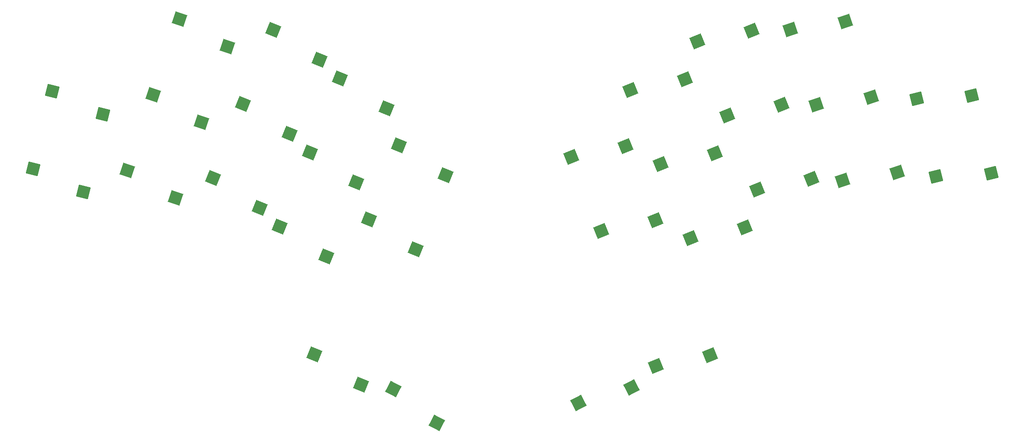
<source format=gbp>
G04 #@! TF.GenerationSoftware,KiCad,Pcbnew,7.0.5-0*
G04 #@! TF.CreationDate,2023-07-18T22:32:37-04:00*
G04 #@! TF.ProjectId,tern,7465726e-2e6b-4696-9361-645f70636258,v1.0.0*
G04 #@! TF.SameCoordinates,Original*
G04 #@! TF.FileFunction,Paste,Bot*
G04 #@! TF.FilePolarity,Positive*
%FSLAX46Y46*%
G04 Gerber Fmt 4.6, Leading zero omitted, Abs format (unit mm)*
G04 Created by KiCad (PCBNEW 7.0.5-0) date 2023-07-18 22:32:37*
%MOMM*%
%LPD*%
G01*
G04 APERTURE LIST*
G04 Aperture macros list*
%AMRotRect*
0 Rectangle, with rotation*
0 The origin of the aperture is its center*
0 $1 length*
0 $2 width*
0 $3 Rotation angle, in degrees counterclockwise*
0 Add horizontal line*
21,1,$1,$2,0,0,$3*%
G04 Aperture macros list end*
%ADD10RotRect,2.600000X2.600000X19.000000*%
%ADD11RotRect,2.600000X2.600000X22.000000*%
%ADD12RotRect,2.600000X2.600000X341.000000*%
%ADD13RotRect,2.600000X2.600000X346.000000*%
%ADD14RotRect,2.600000X2.600000X338.000000*%
%ADD15RotRect,2.600000X2.600000X14.000000*%
%ADD16RotRect,2.600000X2.600000X333.000000*%
%ADD17RotRect,2.600000X2.600000X27.000000*%
G04 APERTURE END LIST*
D10*
X305689970Y-148413131D03*
X317326960Y-146732960D03*
D11*
X281240145Y-134583583D03*
X292773253Y-132296681D03*
D12*
X159441537Y-130206845D03*
X169646027Y-136047298D03*
D11*
X254492126Y-159141802D03*
X266025234Y-156854900D03*
X287608451Y-150345707D03*
X299141559Y-148058805D03*
D13*
X133904404Y-145932664D03*
X144579091Y-150861513D03*
D11*
X274871829Y-118821458D03*
X286404937Y-116534556D03*
D14*
X199015164Y-126676629D03*
X208900003Y-133043140D03*
D15*
X325530160Y-147517255D03*
X337269304Y-146857707D03*
D13*
X138017076Y-129437634D03*
X148691763Y-134366483D03*
D15*
X321417485Y-131022226D03*
X333156629Y-130362678D03*
D14*
X178476801Y-132129909D03*
X188361640Y-138496420D03*
D11*
X273438407Y-160654553D03*
X284971515Y-158367651D03*
X266104925Y-187884500D03*
X277638033Y-185597598D03*
D12*
X164976197Y-114133030D03*
X175180687Y-119973483D03*
D14*
X193612018Y-185430826D03*
X203496857Y-191797337D03*
D11*
X267070095Y-144892427D03*
X278603203Y-142605525D03*
D14*
X205224822Y-156688123D03*
X215109661Y-163054634D03*
D10*
X300155312Y-132339319D03*
X311792302Y-130659148D03*
D14*
X186278543Y-158200877D03*
X196163382Y-164567388D03*
D11*
X260701779Y-129130301D03*
X272234887Y-126843399D03*
D16*
X210332214Y-192736684D03*
X219624560Y-199940489D03*
D11*
X248123809Y-143379676D03*
X259656917Y-141092774D03*
D17*
X249621689Y-195710319D03*
X260911594Y-192426943D03*
D14*
X192646856Y-142438753D03*
X202531695Y-148805264D03*
X184845115Y-116367784D03*
X194729954Y-122734295D03*
D12*
X153906881Y-146280661D03*
X164111371Y-152121114D03*
D14*
X211593136Y-140926004D03*
X221477975Y-147292515D03*
D10*
X294620655Y-116265500D03*
X306257645Y-114585329D03*
D14*
X172108490Y-147892034D03*
X181993329Y-154258545D03*
M02*

</source>
